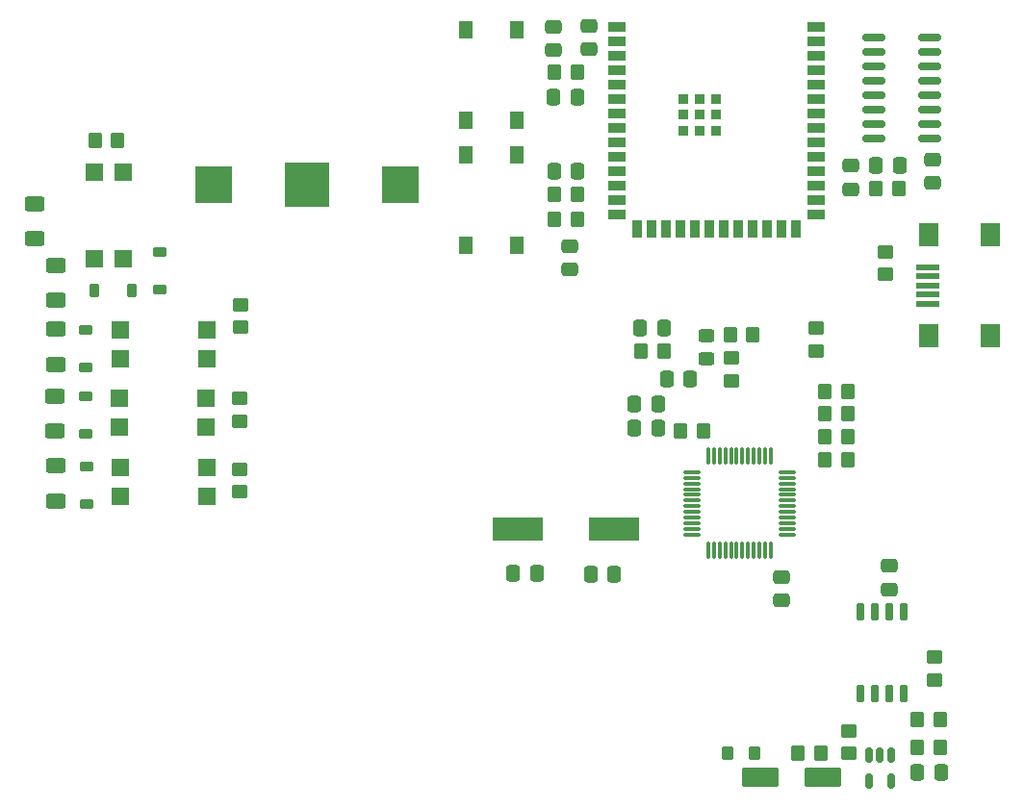
<source format=gbr>
%TF.GenerationSoftware,KiCad,Pcbnew,8.0.2-8.0.2-0~ubuntu22.04.1*%
%TF.CreationDate,2024-05-24T16:28:22+03:30*%
%TF.ProjectId,test,74657374-2e6b-4696-9361-645f70636258,rev?*%
%TF.SameCoordinates,Original*%
%TF.FileFunction,Paste,Top*%
%TF.FilePolarity,Positive*%
%FSLAX46Y46*%
G04 Gerber Fmt 4.6, Leading zero omitted, Abs format (unit mm)*
G04 Created by KiCad (PCBNEW 8.0.2-8.0.2-0~ubuntu22.04.1) date 2024-05-24 16:28:22*
%MOMM*%
%LPD*%
G01*
G04 APERTURE LIST*
G04 Aperture macros list*
%AMRoundRect*
0 Rectangle with rounded corners*
0 $1 Rounding radius*
0 $2 $3 $4 $5 $6 $7 $8 $9 X,Y pos of 4 corners*
0 Add a 4 corners polygon primitive as box body*
4,1,4,$2,$3,$4,$5,$6,$7,$8,$9,$2,$3,0*
0 Add four circle primitives for the rounded corners*
1,1,$1+$1,$2,$3*
1,1,$1+$1,$4,$5*
1,1,$1+$1,$6,$7*
1,1,$1+$1,$8,$9*
0 Add four rect primitives between the rounded corners*
20,1,$1+$1,$2,$3,$4,$5,0*
20,1,$1+$1,$4,$5,$6,$7,0*
20,1,$1+$1,$6,$7,$8,$9,0*
20,1,$1+$1,$8,$9,$2,$3,0*%
G04 Aperture macros list end*
%ADD10RoundRect,0.150000X0.150000X-0.650000X0.150000X0.650000X-0.150000X0.650000X-0.150000X-0.650000X0*%
%ADD11RoundRect,0.250000X0.337500X0.475000X-0.337500X0.475000X-0.337500X-0.475000X0.337500X-0.475000X0*%
%ADD12RoundRect,0.250000X0.350000X0.450000X-0.350000X0.450000X-0.350000X-0.450000X0.350000X-0.450000X0*%
%ADD13RoundRect,0.250000X-0.275000X-0.350000X0.275000X-0.350000X0.275000X0.350000X-0.275000X0.350000X0*%
%ADD14RoundRect,0.250000X0.450000X-0.350000X0.450000X0.350000X-0.450000X0.350000X-0.450000X-0.350000X0*%
%ADD15R,3.900000X3.900000*%
%ADD16R,3.200000X3.200000*%
%ADD17R,1.300000X1.550000*%
%ADD18RoundRect,0.250000X-0.450000X0.350000X-0.450000X-0.350000X0.450000X-0.350000X0.450000X0.350000X0*%
%ADD19RoundRect,0.250000X-0.475000X0.337500X-0.475000X-0.337500X0.475000X-0.337500X0.475000X0.337500X0*%
%ADD20RoundRect,0.250000X-0.350000X-0.450000X0.350000X-0.450000X0.350000X0.450000X-0.350000X0.450000X0*%
%ADD21R,4.500000X2.000000*%
%ADD22R,1.600000X1.600000*%
%ADD23RoundRect,0.250000X0.475000X-0.337500X0.475000X0.337500X-0.475000X0.337500X-0.475000X-0.337500X0*%
%ADD24RoundRect,0.225000X-0.375000X0.225000X-0.375000X-0.225000X0.375000X-0.225000X0.375000X0.225000X0*%
%ADD25R,2.000000X0.500000*%
%ADD26R,1.700000X2.000000*%
%ADD27RoundRect,0.150000X0.825000X0.150000X-0.825000X0.150000X-0.825000X-0.150000X0.825000X-0.150000X0*%
%ADD28RoundRect,0.250000X0.625000X-0.400000X0.625000X0.400000X-0.625000X0.400000X-0.625000X-0.400000X0*%
%ADD29RoundRect,0.250000X1.400000X0.600000X-1.400000X0.600000X-1.400000X-0.600000X1.400000X-0.600000X0*%
%ADD30RoundRect,0.225000X-0.225000X-0.375000X0.225000X-0.375000X0.225000X0.375000X-0.225000X0.375000X0*%
%ADD31RoundRect,0.250000X-0.337500X-0.475000X0.337500X-0.475000X0.337500X0.475000X-0.337500X0.475000X0*%
%ADD32RoundRect,0.250000X-0.450000X0.325000X-0.450000X-0.325000X0.450000X-0.325000X0.450000X0.325000X0*%
%ADD33RoundRect,0.250000X-0.625000X0.400000X-0.625000X-0.400000X0.625000X-0.400000X0.625000X0.400000X0*%
%ADD34R,0.900000X0.900000*%
%ADD35R,1.500000X0.900000*%
%ADD36R,0.900000X1.500000*%
%ADD37RoundRect,0.075000X-0.662500X-0.075000X0.662500X-0.075000X0.662500X0.075000X-0.662500X0.075000X0*%
%ADD38RoundRect,0.075000X-0.075000X-0.662500X0.075000X-0.662500X0.075000X0.662500X-0.075000X0.662500X0*%
%ADD39RoundRect,0.150000X-0.150000X0.512500X-0.150000X-0.512500X0.150000X-0.512500X0.150000X0.512500X0*%
G04 APERTURE END LIST*
D10*
%TO.C,flash1*%
X84995000Y-59740000D03*
X86265000Y-59740000D03*
X87535000Y-59740000D03*
X88805000Y-59740000D03*
X88805000Y-52540000D03*
X87535000Y-52540000D03*
X86265000Y-52540000D03*
X84995000Y-52540000D03*
%TD*%
D11*
%TO.C,clse2*%
X67187500Y-36340000D03*
X65112500Y-36340000D03*
%TD*%
D12*
%TO.C,rms2*%
X83900000Y-33100000D03*
X81900000Y-33100000D03*
%TD*%
D13*
%TO.C,L1*%
X73350000Y-65000000D03*
X75650000Y-65000000D03*
%TD*%
D14*
%TO.C,r8*%
X30500000Y-27500000D03*
X30500000Y-25500000D03*
%TD*%
D15*
%TO.C,BAT1*%
X36340000Y-14970000D03*
D16*
X44540000Y-14970000D03*
X28140000Y-14970000D03*
%TD*%
D12*
%TO.C,rres1*%
X67690000Y-29590000D03*
X65690000Y-29590000D03*
%TD*%
D17*
%TO.C,SWB1*%
X50250000Y-20295000D03*
X50250000Y-12345000D03*
X54750000Y-20295000D03*
X54750000Y-12345000D03*
%TD*%
D12*
%TO.C,ra1*%
X92000000Y-64480000D03*
X90000000Y-64480000D03*
%TD*%
%TO.C,jadc1*%
X81500000Y-65000000D03*
X79500000Y-65000000D03*
%TD*%
D18*
%TO.C,r16*%
X30415000Y-39965000D03*
X30415000Y-41965000D03*
%TD*%
D19*
%TO.C,cf1*%
X87550000Y-48482500D03*
X87550000Y-50557500D03*
%TD*%
D20*
%TO.C,r14*%
X17652500Y-11005000D03*
X19652500Y-11005000D03*
%TD*%
D18*
%TO.C,rboot1*%
X73620000Y-30210000D03*
X73620000Y-32210000D03*
%TD*%
D21*
%TO.C,hse1*%
X63330000Y-45280000D03*
X54830000Y-45280000D03*
%TD*%
D22*
%TO.C,in6*%
X17642500Y-21435000D03*
X20182500Y-21435000D03*
X20182500Y-13815000D03*
X17642500Y-13815000D03*
%TD*%
D18*
%TO.C,i2c2*%
X81110000Y-27580000D03*
X81110000Y-29580000D03*
%TD*%
D12*
%TO.C,ebp1*%
X88350000Y-15270000D03*
X86350000Y-15270000D03*
%TD*%
D18*
%TO.C,rf2*%
X91500000Y-56500000D03*
X91500000Y-58500000D03*
%TD*%
D23*
%TO.C,cch2*%
X91380000Y-14787500D03*
X91380000Y-12712500D03*
%TD*%
D24*
%TO.C,di4*%
X16885000Y-27692500D03*
X16885000Y-30992500D03*
%TD*%
D19*
%TO.C,cu1*%
X59400000Y-20332500D03*
X59400000Y-22407500D03*
%TD*%
D11*
%TO.C,cr1*%
X60097500Y-7230000D03*
X58022500Y-7230000D03*
%TD*%
D25*
%TO.C,espprg*%
X90895000Y-25410000D03*
X90895000Y-24610000D03*
X90895000Y-23810000D03*
X90895000Y-23010000D03*
X90895000Y-22210000D03*
D26*
X90995000Y-28260000D03*
X96445000Y-28260000D03*
X90995000Y-19360000D03*
X96445000Y-19360000D03*
%TD*%
D27*
%TO.C,CH340*%
X86150000Y-10830000D03*
X86150000Y-9560000D03*
X86150000Y-8290000D03*
X86150000Y-7020000D03*
X86150000Y-5750000D03*
X86150000Y-4480000D03*
X86150000Y-3210000D03*
X86150000Y-1940000D03*
X91100000Y-1940000D03*
X91100000Y-3210000D03*
X91100000Y-4480000D03*
X91100000Y-5750000D03*
X91100000Y-7020000D03*
X91100000Y-8290000D03*
X91100000Y-9560000D03*
X91100000Y-10830000D03*
%TD*%
D28*
%TO.C,r4*%
X14235000Y-30745000D03*
X14235000Y-27645000D03*
%TD*%
D29*
%TO.C,dz1*%
X81677500Y-67107831D03*
X76177500Y-67107831D03*
%TD*%
D14*
%TO.C,ra5*%
X84000000Y-65000000D03*
X84000000Y-63000000D03*
%TD*%
D20*
%TO.C,rled1*%
X69190000Y-36640000D03*
X71190000Y-36640000D03*
%TD*%
D30*
%TO.C,di6*%
X17640000Y-24220000D03*
X20940000Y-24220000D03*
%TD*%
D31*
%TO.C,cres1*%
X65632500Y-27510000D03*
X67707500Y-27510000D03*
%TD*%
D24*
%TO.C,di8*%
X16945000Y-39732500D03*
X16945000Y-43032500D03*
%TD*%
D22*
%TO.C,in3*%
X19845000Y-33695000D03*
X19845000Y-36235000D03*
X27465000Y-36235000D03*
X27465000Y-33695000D03*
%TD*%
D20*
%TO.C,rms3*%
X81860000Y-39150000D03*
X83860000Y-39150000D03*
%TD*%
D11*
%TO.C,chse2*%
X56540000Y-49100000D03*
X54465000Y-49100000D03*
%TD*%
D23*
%TO.C,ce1*%
X61120000Y-3027500D03*
X61120000Y-952500D03*
%TD*%
D32*
%TO.C,D1*%
X71480000Y-28190000D03*
X71480000Y-30240000D03*
%TD*%
D17*
%TO.C,SWE1*%
X50250000Y-9255000D03*
X50250000Y-1305000D03*
X54750000Y-9255000D03*
X54750000Y-1305000D03*
%TD*%
D33*
%TO.C,r9*%
X14260000Y-22030000D03*
X14260000Y-25130000D03*
%TD*%
D22*
%TO.C,in8*%
X19885000Y-39805000D03*
X19885000Y-42345000D03*
X27505000Y-42345000D03*
X27505000Y-39805000D03*
%TD*%
D23*
%TO.C,crp1*%
X84120000Y-15337500D03*
X84120000Y-13262500D03*
%TD*%
D11*
%TO.C,cb1*%
X70017500Y-32060000D03*
X67942500Y-32060000D03*
%TD*%
D18*
%TO.C,ebp3*%
X87220000Y-20830000D03*
X87220000Y-22830000D03*
%TD*%
D24*
%TO.C,di3*%
X16820000Y-33590000D03*
X16820000Y-36890000D03*
%TD*%
D19*
%TO.C,cm1*%
X78020000Y-49432500D03*
X78020000Y-51507500D03*
%TD*%
D18*
%TO.C,r7*%
X30375000Y-33765000D03*
X30375000Y-35765000D03*
%TD*%
D28*
%TO.C,r12*%
X14245000Y-42765000D03*
X14245000Y-39665000D03*
%TD*%
D34*
%TO.C,U1*%
X69460000Y-7360000D03*
X69460000Y-8760000D03*
X69460000Y-10160000D03*
X70860000Y-7360000D03*
X70860000Y-8760000D03*
X70860000Y-10160000D03*
X72260000Y-7360000D03*
X72260000Y-8760000D03*
X72260000Y-10160000D03*
D35*
X63610000Y-1040000D03*
X63610000Y-2310000D03*
X63610000Y-3580000D03*
X63610000Y-4850000D03*
X63610000Y-6120000D03*
X63610000Y-7390000D03*
X63610000Y-8660000D03*
X63610000Y-9930000D03*
X63610000Y-11200000D03*
X63610000Y-12470000D03*
X63610000Y-13740000D03*
X63610000Y-15010000D03*
X63610000Y-16280000D03*
X63610000Y-17550000D03*
D36*
X65375000Y-18800000D03*
X66645000Y-18800000D03*
X67915000Y-18800000D03*
X69185000Y-18800000D03*
X70455000Y-18800000D03*
X71725000Y-18800000D03*
X72995000Y-18800000D03*
X74265000Y-18800000D03*
X75535000Y-18800000D03*
X76805000Y-18800000D03*
X78075000Y-18800000D03*
X79345000Y-18800000D03*
D35*
X81110000Y-17550000D03*
X81110000Y-16280000D03*
X81110000Y-15010000D03*
X81110000Y-13740000D03*
X81110000Y-12470000D03*
X81110000Y-11200000D03*
X81110000Y-9930000D03*
X81110000Y-8660000D03*
X81110000Y-7390000D03*
X81110000Y-6120000D03*
X81110000Y-4850000D03*
X81110000Y-3580000D03*
X81110000Y-2310000D03*
X81110000Y-1040000D03*
%TD*%
D24*
%TO.C,di5*%
X23340000Y-20880000D03*
X23340000Y-24180000D03*
%TD*%
D12*
%TO.C,rms1*%
X81900000Y-35100000D03*
X83900000Y-35100000D03*
%TD*%
D37*
%TO.C,mcu1*%
X70207500Y-40230000D03*
X70207500Y-40730000D03*
X70207500Y-41230000D03*
X70207500Y-41730000D03*
X70207500Y-42230000D03*
X70207500Y-42730000D03*
X70207500Y-43230000D03*
X70207500Y-43730000D03*
X70207500Y-44230000D03*
X70207500Y-44730000D03*
X70207500Y-45230000D03*
X70207500Y-45730000D03*
D38*
X71620000Y-47142500D03*
X72120000Y-47142500D03*
X72620000Y-47142500D03*
X73120000Y-47142500D03*
X73620000Y-47142500D03*
X74120000Y-47142500D03*
X74620000Y-47142500D03*
X75120000Y-47142500D03*
X75620000Y-47142500D03*
X76120000Y-47142500D03*
X76620000Y-47142500D03*
X77120000Y-47142500D03*
D37*
X78532500Y-45730000D03*
X78532500Y-45230000D03*
X78532500Y-44730000D03*
X78532500Y-44230000D03*
X78532500Y-43730000D03*
X78532500Y-43230000D03*
X78532500Y-42730000D03*
X78532500Y-42230000D03*
X78532500Y-41730000D03*
X78532500Y-41230000D03*
X78532500Y-40730000D03*
X78532500Y-40230000D03*
D38*
X77120000Y-38817500D03*
X76620000Y-38817500D03*
X76120000Y-38817500D03*
X75620000Y-38817500D03*
X75120000Y-38817500D03*
X74620000Y-38817500D03*
X74120000Y-38817500D03*
X73620000Y-38817500D03*
X73120000Y-38817500D03*
X72620000Y-38817500D03*
X72120000Y-38817500D03*
X71620000Y-38817500D03*
%TD*%
D11*
%TO.C,clse1*%
X67207500Y-34240000D03*
X65132500Y-34240000D03*
%TD*%
%TO.C,c4*%
X92097500Y-66620000D03*
X90022500Y-66620000D03*
%TD*%
D39*
%TO.C,U4*%
X87672500Y-65162500D03*
X86722500Y-65162500D03*
X85772500Y-65162500D03*
X85772500Y-67437500D03*
X87672500Y-67437500D03*
%TD*%
D23*
%TO.C,ce2*%
X58000000Y-3087500D03*
X58000000Y-1012500D03*
%TD*%
D22*
%TO.C,in4*%
X19875000Y-27705000D03*
X19875000Y-30245000D03*
X27495000Y-30245000D03*
X27495000Y-27705000D03*
%TD*%
D33*
%TO.C,r10*%
X12330000Y-16610000D03*
X12330000Y-19710000D03*
%TD*%
D31*
%TO.C,chse1*%
X61252500Y-49180000D03*
X63327500Y-49180000D03*
%TD*%
D20*
%TO.C,ra3*%
X90000000Y-62000000D03*
X92000000Y-62000000D03*
%TD*%
D11*
%TO.C,cu2*%
X60117500Y-13710000D03*
X58042500Y-13710000D03*
%TD*%
D20*
%TO.C,i2c1*%
X73560000Y-28160000D03*
X75560000Y-28160000D03*
%TD*%
D12*
%TO.C,ru1*%
X60090000Y-17940000D03*
X58090000Y-17940000D03*
%TD*%
D20*
%TO.C,er1*%
X58100000Y-5060000D03*
X60100000Y-5060000D03*
%TD*%
D11*
%TO.C,cch1*%
X88437500Y-13210000D03*
X86362500Y-13210000D03*
%TD*%
D28*
%TO.C,r3*%
X14125000Y-36625000D03*
X14125000Y-33525000D03*
%TD*%
D12*
%TO.C,ru2*%
X60100000Y-15770000D03*
X58100000Y-15770000D03*
%TD*%
D20*
%TO.C,rms4*%
X81880000Y-37110000D03*
X83880000Y-37110000D03*
%TD*%
M02*

</source>
